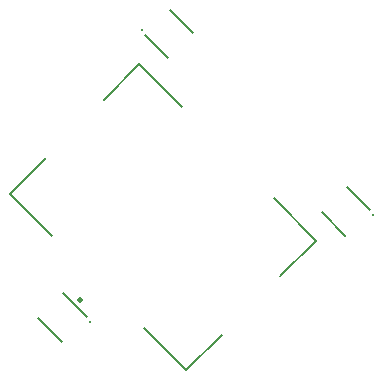
<source format=gbo>
%FSLAX33Y33*%
%MOMM*%
%ADD10C,0.15*%
%ADD11C,0.2X0.*%
%ADD12C,0.2X0.*%
%ADD13C,0.2X0.*%
%ADD14C,0.5*%
D10*
%LNbottom silkscreen_traces*%
%LNbottom silkscreen component aa2ad5c2276a115c*%
G01*
X12071Y29051D02*
X14051Y27071D01*
X9949Y26929D02*
X11929Y24949D01*
D11*
X9702Y27336D03*
%LNbottom silkscreen component becf046d8cbe18d5*%
D10*
X26929Y9949D02*
X24949Y11929D01*
X29051Y12071D02*
X27071Y14051D01*
D12*
X29298Y11664D03*
%LNbottom silkscreen component f00f0886dcd7b053*%
D10*
X2929Y0949D02*
X0949Y2929D01*
X5051Y3071D02*
X3071Y5051D01*
D13*
X5298Y2664D03*
%LNbottom silkscreen component 3f7fce908c9848ab*%
D10*
X9520Y24440D02*
X6515Y21435D01*
X-1440Y13480D02*
X1565Y16485D01*
X13480Y-1440D02*
X16485Y1565D01*
X24440Y9520D02*
X21435Y6515D01*
X-1440Y13480D02*
X2131Y9909D01*
X13480Y-1440D02*
X9909Y2131D01*
X9520Y24440D02*
X13091Y20869D01*
X24440Y9520D02*
X20869Y13091D01*
D14*
X4517Y4517D03*
M02*
</source>
